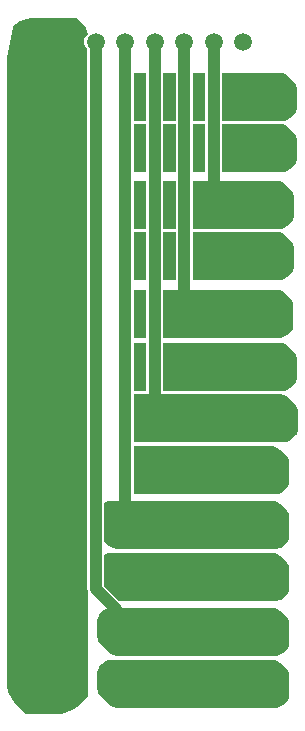
<source format=gbl>
G04*
G04 #@! TF.GenerationSoftware,Altium Limited,Altium Designer,21.6.1 (37)*
G04*
G04 Layer_Physical_Order=2*
G04 Layer_Color=16711680*
%FSLAX44Y44*%
%MOMM*%
G71*
G04*
G04 #@! TF.SameCoordinates,7934F4AE-985A-4D5C-9069-E765C515617C*
G04*
G04*
G04 #@! TF.FilePolarity,Positive*
G04*
G01*
G75*
%ADD33C,1.0000*%
%ADD35C,1.5080*%
%ADD36R,1.5080X1.5080*%
%ADD37C,0.7000*%
G36*
X454427Y930849D02*
X456659Y929924D01*
X458668Y928582D01*
X459522Y927728D01*
Y927728D01*
X459522Y927728D01*
X464154Y923096D01*
X465103Y921676D01*
X465757Y920097D01*
X466090Y918422D01*
Y900236D01*
X465854Y899051D01*
X465392Y897935D01*
X464721Y896931D01*
X464294Y896504D01*
X460406Y892616D01*
X458986Y891667D01*
X457407Y891013D01*
X455732Y890680D01*
X402900D01*
Y931320D01*
X452058D01*
X454427Y930849D01*
D02*
G37*
G36*
X388780Y890680D02*
X377900D01*
Y931320D01*
X388780D01*
Y890680D01*
D02*
G37*
G36*
X363780D02*
X352900D01*
Y931320D01*
X363780D01*
Y890680D01*
D02*
G37*
G36*
X338780D02*
X327900D01*
Y931320D01*
X338780D01*
Y890680D01*
D02*
G37*
G36*
X454427Y887669D02*
X456659Y886744D01*
X458668Y885402D01*
X459522Y884548D01*
Y884548D01*
X459522Y884548D01*
X464154Y879916D01*
X465103Y878496D01*
X465757Y876917D01*
X466090Y875242D01*
Y857056D01*
X465854Y855871D01*
X465392Y854755D01*
X464721Y853751D01*
X464294Y853324D01*
X460406Y849436D01*
X458986Y848487D01*
X457407Y847833D01*
X455732Y847500D01*
X402900D01*
Y888140D01*
X452058D01*
X454427Y887669D01*
D02*
G37*
G36*
X388780Y847500D02*
X377900D01*
Y888140D01*
X388780D01*
Y847500D01*
D02*
G37*
G36*
X363780D02*
X352900D01*
Y888140D01*
X363780D01*
Y847500D01*
D02*
G37*
G36*
X338780D02*
X327900D01*
Y888140D01*
X338780D01*
Y847500D01*
D02*
G37*
G36*
X451887Y839409D02*
X454119Y838484D01*
X456128Y837142D01*
X456982Y836288D01*
Y836288D01*
X456982Y836288D01*
X461614Y831656D01*
X462563Y830236D01*
X463217Y828657D01*
X463550Y826982D01*
Y808796D01*
X463314Y807611D01*
X462852Y806495D01*
X462181Y805491D01*
X461754Y805064D01*
X457866Y801176D01*
X456446Y800227D01*
X454868Y799573D01*
X453192Y799240D01*
X377900D01*
Y839880D01*
X449518D01*
X451887Y839409D01*
D02*
G37*
G36*
X363780Y799240D02*
X352900D01*
Y839880D01*
X363780D01*
Y799240D01*
D02*
G37*
G36*
X338780D02*
X327900D01*
Y839880D01*
X338780D01*
Y799240D01*
D02*
G37*
G36*
X451887Y796229D02*
X454119Y795304D01*
X456128Y793962D01*
X456982Y793108D01*
Y793108D01*
X456982Y793108D01*
X461614Y788476D01*
X462563Y787056D01*
X463217Y785477D01*
X463550Y783802D01*
Y765616D01*
X463314Y764431D01*
X462852Y763315D01*
X462181Y762311D01*
X461754Y761884D01*
X457866Y757996D01*
X456446Y757047D01*
X454868Y756393D01*
X453192Y756060D01*
X377900D01*
Y796700D01*
X449518D01*
X451887Y796229D01*
D02*
G37*
G36*
X363780Y756060D02*
X352900D01*
Y796700D01*
X363780D01*
Y756060D01*
D02*
G37*
G36*
X338780D02*
X327900D01*
Y796700D01*
X338780D01*
Y756060D01*
D02*
G37*
G36*
X451577Y747109D02*
X453809Y746184D01*
X455818Y744842D01*
X456672Y743988D01*
Y743988D01*
X456672Y743988D01*
X461304Y739356D01*
X462253Y737936D01*
X462907Y736357D01*
X463240Y734682D01*
Y716496D01*
X463004Y715311D01*
X462542Y714195D01*
X461871Y713191D01*
X461444Y712764D01*
X457556Y708876D01*
X456136Y707927D01*
X454557Y707273D01*
X452882Y706940D01*
X352900D01*
Y747580D01*
X449208D01*
X451577Y747109D01*
D02*
G37*
G36*
X338780Y706940D02*
X327900D01*
Y747580D01*
X338780D01*
Y706940D01*
D02*
G37*
G36*
X454427Y702249D02*
X456659Y701324D01*
X458668Y699982D01*
X459522Y699128D01*
Y699128D01*
X459522Y699128D01*
X464154Y694496D01*
X465103Y693076D01*
X465757Y691497D01*
X466090Y689822D01*
Y671636D01*
X465854Y670451D01*
X465392Y669335D01*
X464721Y668331D01*
X464294Y667904D01*
X460406Y664016D01*
X458986Y663067D01*
X457407Y662413D01*
X455732Y662080D01*
X352900D01*
Y702720D01*
X452058D01*
X454427Y702249D01*
D02*
G37*
G36*
X338780Y662080D02*
X327900D01*
Y702720D01*
X338780D01*
Y662080D01*
D02*
G37*
G36*
X455077Y658448D02*
X457309Y657524D01*
X459318Y656182D01*
X460172Y655328D01*
Y655328D01*
X460172Y655328D01*
X464804Y650696D01*
X465753Y649276D01*
X466407Y647697D01*
X466740Y646022D01*
Y627836D01*
X466504Y626651D01*
X466042Y625535D01*
X465371Y624531D01*
X464944Y624104D01*
X461056Y620216D01*
X459636Y619267D01*
X458057Y618613D01*
X456382Y618280D01*
X327900D01*
Y658920D01*
X452708D01*
X455077Y658448D01*
D02*
G37*
G36*
X448077Y614449D02*
X450309Y613524D01*
X452318Y612182D01*
X453172Y611328D01*
Y611328D01*
X453172Y611328D01*
X457804Y606696D01*
X458753Y605275D01*
X459407Y603697D01*
X459740Y602022D01*
Y583836D01*
X459504Y582651D01*
X459042Y581535D01*
X458371Y580531D01*
X457944Y580104D01*
X454056Y576216D01*
X452636Y575267D01*
X451057Y574613D01*
X449382Y574280D01*
X327900D01*
Y614920D01*
X445708D01*
X448077Y614449D01*
D02*
G37*
G36*
Y568293D02*
X450309Y567368D01*
X452318Y566026D01*
X453172Y565172D01*
Y565172D01*
X453172Y565172D01*
X457804Y560540D01*
X458753Y559120D01*
X459407Y557541D01*
X459740Y555866D01*
Y537680D01*
X459504Y536495D01*
X459042Y535379D01*
X458371Y534375D01*
X457944Y533948D01*
X454056Y530060D01*
X452636Y529111D01*
X451057Y528457D01*
X449382Y528124D01*
X313752D01*
X311383Y528595D01*
X309151Y529520D01*
X307142Y530862D01*
X306288Y531716D01*
X306288Y531716D01*
X306288D01*
X302900Y535103D01*
Y566852D01*
X304284Y567777D01*
X305863Y568431D01*
X307538Y568764D01*
X445708D01*
X448077Y568293D01*
D02*
G37*
G36*
Y524293D02*
X450309Y523368D01*
X452318Y522026D01*
X453172Y521172D01*
Y521172D01*
X453172Y521172D01*
X457804Y516540D01*
X458753Y515120D01*
X459407Y513541D01*
X459740Y511866D01*
Y493680D01*
X459504Y492495D01*
X459042Y491379D01*
X458371Y490375D01*
X457944Y489948D01*
X454056Y486060D01*
X452636Y485111D01*
X451057Y484457D01*
X449382Y484124D01*
X315801D01*
X302900Y497024D01*
Y522852D01*
X304284Y523777D01*
X305863Y524431D01*
X307538Y524764D01*
X445708D01*
X448077Y524293D01*
D02*
G37*
G36*
X448077Y477869D02*
X450309Y476944D01*
X452318Y475602D01*
X453172Y474748D01*
Y474748D01*
X453172Y474748D01*
X457804Y470116D01*
X458753Y468696D01*
X459407Y467117D01*
X459740Y465442D01*
Y447256D01*
X459504Y446071D01*
X459042Y444955D01*
X458371Y443951D01*
X457944Y443524D01*
X454056Y439636D01*
X452636Y438687D01*
X451057Y438033D01*
X449382Y437700D01*
X313752D01*
X311383Y438171D01*
X309151Y439096D01*
X307142Y440438D01*
X306288Y441292D01*
X306288Y441292D01*
X306288D01*
X299116Y448464D01*
X298167Y449884D01*
X297513Y451463D01*
X297180Y453138D01*
Y466848D01*
X297651Y469217D01*
X298576Y471449D01*
X299918Y473458D01*
X302864Y476404D01*
X304284Y477353D01*
X305863Y478007D01*
X307538Y478340D01*
X445708D01*
X448077Y477869D01*
D02*
G37*
G36*
Y433869D02*
X450309Y432944D01*
X452318Y431602D01*
X453172Y430748D01*
Y430748D01*
X453172Y430748D01*
X457804Y426116D01*
X458753Y424696D01*
X459407Y423117D01*
X459740Y421442D01*
Y403256D01*
X459504Y402071D01*
X459042Y400955D01*
X458371Y399951D01*
X457944Y399524D01*
X454056Y395636D01*
X452636Y394687D01*
X451057Y394033D01*
X449382Y393700D01*
X313752D01*
X311383Y394171D01*
X309151Y395096D01*
X307142Y396438D01*
X306288Y397292D01*
X306288Y397292D01*
X306288D01*
X299116Y404464D01*
X298167Y405884D01*
X297513Y407463D01*
X297180Y409138D01*
Y422848D01*
X297651Y425217D01*
X298576Y427449D01*
X299918Y429458D01*
X300772Y430312D01*
X300772Y430312D01*
X300772Y430312D01*
X302864Y432404D01*
X304284Y433353D01*
X305863Y434007D01*
X307538Y434340D01*
X445708D01*
X448077Y433869D01*
D02*
G37*
G36*
X244201Y977900D02*
X276860D01*
Y977900D01*
X277464Y977900D01*
X278649Y977664D01*
X279765Y977202D01*
X280769Y976531D01*
X284480Y972820D01*
X284480Y972820D01*
Y972820D01*
X285688Y971612D01*
X287586Y968771D01*
X288894Y965615D01*
X289141Y964372D01*
X288206Y963438D01*
X286950Y961262D01*
X286300Y958836D01*
Y956324D01*
X286950Y953898D01*
X288206Y951722D01*
X288780Y951149D01*
Y494100D01*
X289020Y492273D01*
X289560Y490970D01*
Y403860D01*
X281759Y396059D01*
X281759Y396059D01*
X279991Y394291D01*
X275830Y391511D01*
X271208Y389596D01*
X266301Y388620D01*
X236220D01*
X228419Y396421D01*
X228419Y396421D01*
X228419Y396421D01*
X226651Y398189D01*
X223871Y402350D01*
X221956Y406972D01*
X220980Y411879D01*
X220980Y414381D01*
Y944880D01*
X226000Y969290D01*
X226241Y970461D01*
X228009Y972229D01*
X232170Y975009D01*
X236792Y976924D01*
X241699Y977900D01*
X244201Y977900D01*
D02*
G37*
D33*
X270840Y408420D02*
X274320Y404940D01*
X270840Y408420D02*
Y957580D01*
X295840Y494100D02*
X332740Y457200D01*
X295840Y494100D02*
Y957580D01*
X320840Y558000D02*
Y957580D01*
Y558000D02*
X332740Y546100D01*
X345440Y637540D02*
X345840Y637940D01*
Y957580D01*
X370840Y726440D02*
Y957580D01*
X395840Y818280D02*
Y957580D01*
Y818280D02*
X396240Y817880D01*
D35*
X395840Y957580D02*
D03*
X370840D02*
D03*
X295840D02*
D03*
X320840D02*
D03*
X345840D02*
D03*
X420840D02*
D03*
D36*
X270840D02*
D03*
D37*
X330200Y412340D02*
D03*
X363220D02*
D03*
X396240D02*
D03*
X430530D02*
D03*
Y456340D02*
D03*
X396240D02*
D03*
X363220D02*
D03*
X416560Y680720D02*
D03*
X397087Y681580D02*
D03*
X430530Y502764D02*
D03*
X397087D02*
D03*
X363643D02*
D03*
X330200D02*
D03*
X430530Y546764D02*
D03*
X397087D02*
D03*
X360680Y546100D02*
D03*
X430530Y592920D02*
D03*
X397087D02*
D03*
X366800Y594190D02*
D03*
X340360Y591820D02*
D03*
X391160Y637540D02*
D03*
X413808Y636920D02*
D03*
X437530D02*
D03*
X439420Y680720D02*
D03*
X365760Y680720D02*
D03*
X368300Y637540D02*
D03*
X335280D02*
D03*
Y680720D02*
D03*
X332740Y726440D02*
D03*
X388620D02*
D03*
X411480D02*
D03*
X434030Y725580D02*
D03*
X436880Y774700D02*
D03*
X413808Y774036D02*
D03*
X388620Y774700D02*
D03*
X358140D02*
D03*
X335280D02*
D03*
X332740Y817880D02*
D03*
X358140D02*
D03*
X439420Y866140D02*
D03*
X413808Y864460D02*
D03*
X383540Y863600D02*
D03*
X332740D02*
D03*
X358140D02*
D03*
X332740Y909320D02*
D03*
X358140D02*
D03*
X383540D02*
D03*
X440995Y909460D02*
D03*
X422185Y909805D02*
D03*
X434340Y817880D02*
D03*
X413808Y818036D02*
D03*
X274320Y404940D02*
D03*
X332740Y457200D02*
D03*
Y546100D02*
D03*
X345440Y637540D02*
D03*
X370840Y726440D02*
D03*
X396240Y817880D02*
D03*
M02*

</source>
